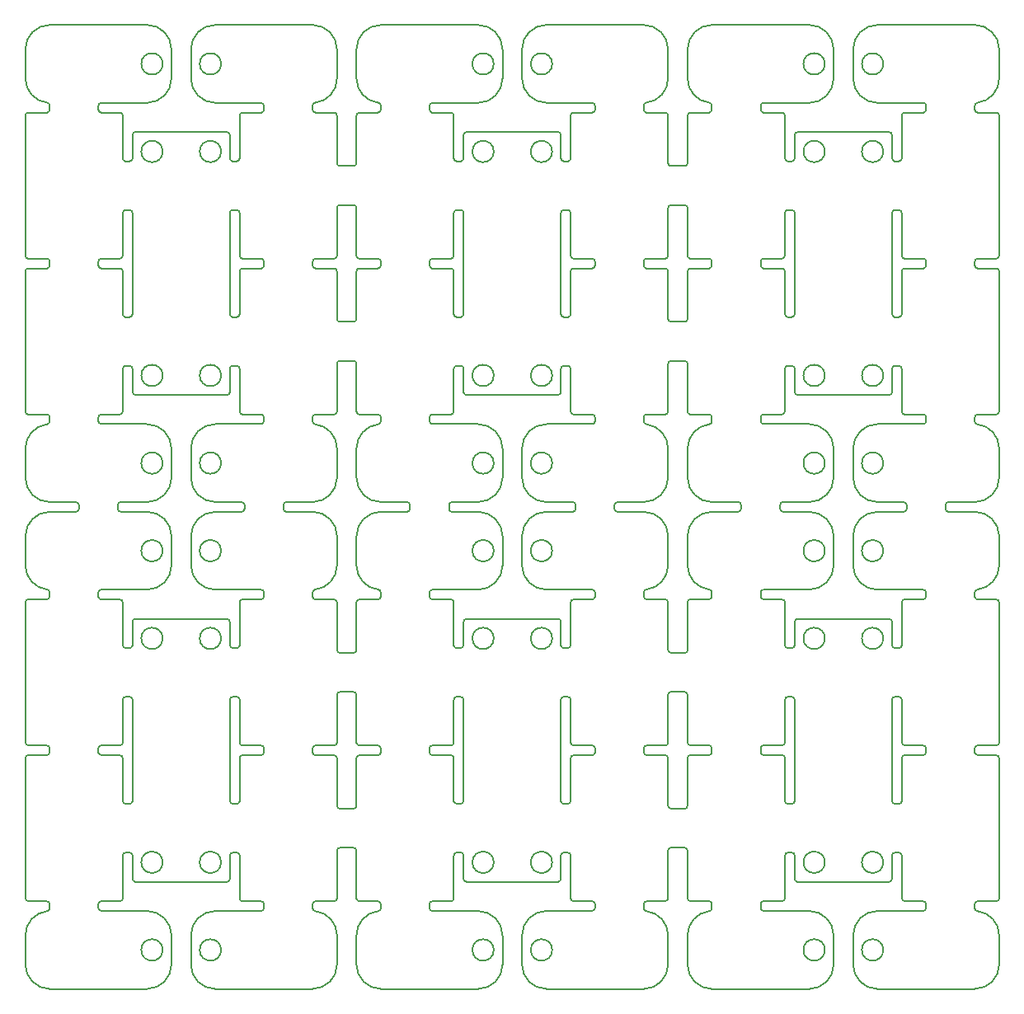
<source format=gm1>
%TF.GenerationSoftware,KiCad,Pcbnew,(5.1.8)-1*%
%TF.CreationDate,2021-01-20T16:08:38+09:00*%
%TF.ProjectId,LineSensorVer2,4c696e65-5365-46e7-936f-72566572322e,rev?*%
%TF.SameCoordinates,Original*%
%TF.FileFunction,Profile,NP*%
%FSLAX46Y46*%
G04 Gerber Fmt 4.6, Leading zero omitted, Abs format (unit mm)*
G04 Created by KiCad (PCBNEW (5.1.8)-1) date 2021-01-20 16:08:38*
%MOMM*%
%LPD*%
G01*
G04 APERTURE LIST*
%TA.AperFunction,Profile*%
%ADD10C,0.200000*%
%TD*%
G04 APERTURE END LIST*
D10*
X65400000Y-51700000D02*
G75*
G03*
X65400000Y-51700000I-1100000J0D01*
G01*
X71400000Y-83700000D02*
G75*
G03*
X71400000Y-83700000I-1100000J0D01*
G01*
X65400000Y-83700000D02*
G75*
G03*
X65400000Y-83700000I-1100000J0D01*
G01*
X71400000Y-51700000D02*
G75*
G03*
X71400000Y-51700000I-1100000J0D01*
G01*
X71400000Y-60700000D02*
G75*
G03*
X71400000Y-60700000I-1100000J0D01*
G01*
X65400000Y-92700000D02*
G75*
G03*
X65400000Y-92700000I-1100000J0D01*
G01*
X71400000Y-92700000D02*
G75*
G03*
X71400000Y-92700000I-1100000J0D01*
G01*
X73000000Y-82700000D02*
X72600000Y-82700000D01*
X53500000Y-87700000D02*
G75*
G02*
X53800000Y-88000000I0J-300000D01*
G01*
X83300000Y-53199999D02*
G75*
G02*
X81067858Y-55685609I-2500000J-1D01*
G01*
X51300000Y-91200000D02*
G75*
G02*
X53532143Y-88714391I2500000J0D01*
G01*
X75500000Y-87700000D02*
G75*
G02*
X75800000Y-88000000I0J-300000D01*
G01*
X81067857Y-88714390D02*
G75*
G02*
X80800000Y-88416117I32143J298273D01*
G01*
X73300000Y-73000000D02*
G75*
G02*
X73600000Y-72700000I300000J0D01*
G01*
X61600000Y-77700000D02*
X62000000Y-77700000D01*
X61000000Y-72700000D02*
G75*
G02*
X61300000Y-73000000I0J-300000D01*
G01*
X75800000Y-72400000D02*
G75*
G02*
X75500000Y-72700000I-300000J0D01*
G01*
X51300000Y-73000000D02*
G75*
G02*
X51600000Y-72700000I300000J0D01*
G01*
X58800000Y-72000000D02*
X58800000Y-72400000D01*
X72600000Y-77700000D02*
X73000000Y-77700000D01*
X53800000Y-72400000D02*
X53800000Y-72000000D01*
X80800000Y-47700000D02*
G75*
G02*
X83300000Y-50200000I0J-2500000D01*
G01*
X51600000Y-87700000D02*
G75*
G02*
X51300000Y-87400000I0J300000D01*
G01*
X80800000Y-88000000D02*
G75*
G02*
X81100000Y-87700000I300000J0D01*
G01*
X59100000Y-88700000D02*
G75*
G02*
X58800000Y-88400000I0J300000D01*
G01*
X63800000Y-88700000D02*
G75*
G02*
X66300000Y-91200000I0J-2500000D01*
G01*
X80800000Y-55983882D02*
X80800000Y-56400000D01*
X70800000Y-96700000D02*
G75*
G02*
X68300000Y-94200000I0J2500000D01*
G01*
X83300000Y-87400000D02*
G75*
G02*
X83000000Y-87700000I-300000J0D01*
G01*
X53800000Y-96700000D02*
G75*
G02*
X51300000Y-94200000I0J2500000D01*
G01*
X75800000Y-72400000D02*
X75800000Y-72000000D01*
X58800000Y-88000000D02*
X58800000Y-88400000D01*
X62000000Y-82700000D02*
X61600000Y-82700000D01*
X73300000Y-77400000D02*
G75*
G02*
X73000000Y-77700000I-300000J0D01*
G01*
X73000000Y-82700000D02*
G75*
G02*
X73300000Y-83000000I0J-300000D01*
G01*
X80800000Y-88000000D02*
X80800000Y-88416117D01*
X53800000Y-72400000D02*
G75*
G02*
X53500000Y-72700000I-300000J0D01*
G01*
X75800000Y-56400000D02*
X75800000Y-56000000D01*
X81067857Y-88714391D02*
G75*
G02*
X83300000Y-91200000I-267857J-2485609D01*
G01*
X73000000Y-61700000D02*
X72600000Y-61700000D01*
X58800000Y-56000000D02*
X58800000Y-56400000D01*
X62300000Y-77400000D02*
G75*
G02*
X62000000Y-77700000I-300000J0D01*
G01*
X53800000Y-56400000D02*
X53800000Y-55983882D01*
X53800001Y-88416117D02*
G75*
G02*
X53532143Y-88714391I-300001J0D01*
G01*
X61300000Y-87400000D02*
G75*
G02*
X61000000Y-87700000I-300000J0D01*
G01*
X72300000Y-85400000D02*
G75*
G02*
X72000000Y-85700000I-300000J0D01*
G01*
X72300000Y-83000000D02*
G75*
G02*
X72600000Y-82700000I300000J0D01*
G01*
X68300000Y-50200000D02*
G75*
G02*
X70800000Y-47700000I2500000J0D01*
G01*
X66300000Y-94200000D02*
G75*
G02*
X63800000Y-96700000I-2500000J0D01*
G01*
X75800000Y-88400000D02*
G75*
G02*
X75500000Y-88700000I-300000J0D01*
G01*
X65400000Y-60700000D02*
G75*
G03*
X65400000Y-60700000I-1100000J0D01*
G01*
X70800000Y-55700000D02*
G75*
G02*
X68300000Y-53200000I0J2500000D01*
G01*
X80800000Y-72000000D02*
X80800000Y-72400000D01*
X66300000Y-53200000D02*
G75*
G02*
X63800000Y-55700000I-2500000J0D01*
G01*
X62000000Y-82700000D02*
G75*
G02*
X62300000Y-83000000I0J-300000D01*
G01*
X63800000Y-47700000D02*
G75*
G02*
X66300000Y-50200000I0J-2500000D01*
G01*
X51300000Y-50200000D02*
G75*
G02*
X53800000Y-47700000I2500000J0D01*
G01*
X62600000Y-85700000D02*
G75*
G02*
X62300000Y-85400000I0J300000D01*
G01*
X83300000Y-94200000D02*
G75*
G02*
X80800000Y-96700000I-2500000J0D01*
G01*
X75800000Y-88400000D02*
X75800000Y-88000000D01*
X61600000Y-66700000D02*
X62000000Y-66700000D01*
X58800000Y-88000000D02*
G75*
G02*
X59100000Y-87700000I300000J0D01*
G01*
X61300000Y-83000000D02*
G75*
G02*
X61600000Y-82700000I300000J0D01*
G01*
X62000000Y-61700000D02*
X61600000Y-61700000D01*
X73600000Y-87700000D02*
G75*
G02*
X73300000Y-87400000I0J300000D01*
G01*
X61600000Y-77700000D02*
G75*
G02*
X61300000Y-77400000I0J300000D01*
G01*
X72600000Y-77700000D02*
G75*
G02*
X72300000Y-77400000I0J300000D01*
G01*
X53800000Y-88416117D02*
X53800000Y-88000000D01*
X72600000Y-66700000D02*
X73000000Y-66700000D01*
X53532143Y-55685609D02*
G75*
G02*
X51300000Y-53200000I267857J2485609D01*
G01*
X68300000Y-91200000D02*
G75*
G02*
X70800000Y-88700000I2500000J0D01*
G01*
X66300000Y-103200000D02*
X66300000Y-100200000D01*
X63800000Y-97700000D02*
G75*
G02*
X66300000Y-100200000I0J-2500000D01*
G01*
X53800000Y-138416117D02*
X53800000Y-138000000D01*
X53532143Y-105685609D02*
G75*
G02*
X51300000Y-103200000I267857J2485609D01*
G01*
X68300000Y-141200000D02*
G75*
G02*
X70800000Y-138700000I2500000J0D01*
G01*
X53500000Y-137700000D02*
G75*
G02*
X53800000Y-138000000I0J-300000D01*
G01*
X62600000Y-135700000D02*
X72000000Y-135700000D01*
X62000000Y-132700000D02*
G75*
G02*
X62300000Y-133000000I0J-300000D01*
G01*
X63800000Y-138700000D02*
G75*
G02*
X66300000Y-141200000I0J-2500000D01*
G01*
X70800000Y-146700000D02*
G75*
G02*
X68300000Y-144200000I0J2500000D01*
G01*
X62600000Y-135700000D02*
G75*
G02*
X62300000Y-135400000I0J300000D01*
G01*
X51300000Y-141200000D02*
G75*
G02*
X53532143Y-138714391I2500000J0D01*
G01*
X75500000Y-137700000D02*
G75*
G02*
X75800000Y-138000000I0J-300000D01*
G01*
X53800001Y-138416117D02*
G75*
G02*
X53532143Y-138714391I-300001J0D01*
G01*
X72300000Y-135400000D02*
G75*
G02*
X72000000Y-135700000I-300000J0D01*
G01*
X73000000Y-132700000D02*
G75*
G02*
X73300000Y-133000000I0J-300000D01*
G01*
X51300000Y-141200000D02*
X51300000Y-144200000D01*
X70800000Y-146700000D02*
X80800000Y-146700000D01*
X53800000Y-146700000D02*
G75*
G02*
X51300000Y-144200000I0J2500000D01*
G01*
X81067857Y-138714391D02*
G75*
G02*
X83300000Y-141200000I-267857J-2485609D01*
G01*
X83300000Y-144200000D02*
G75*
G02*
X80800000Y-146700000I-2500000J0D01*
G01*
X51600000Y-137700000D02*
G75*
G02*
X51300000Y-137400000I0J300000D01*
G01*
X72300000Y-133000000D02*
G75*
G02*
X72600000Y-132700000I300000J0D01*
G01*
X51600000Y-137700000D02*
X53500000Y-137700000D01*
X59100000Y-138700000D02*
G75*
G02*
X58800000Y-138400000I0J300000D01*
G01*
X68300000Y-100200000D02*
G75*
G02*
X70800000Y-97700000I2500000J0D01*
G01*
X51300000Y-100200000D02*
X51300000Y-103200000D01*
X51300000Y-100200000D02*
G75*
G02*
X53800000Y-97700000I2500000J0D01*
G01*
X63800000Y-138700000D02*
X59100000Y-138700000D01*
X83300000Y-103200000D02*
X83300000Y-100200000D01*
X58800000Y-138000000D02*
G75*
G02*
X59100000Y-137700000I300000J0D01*
G01*
X83300000Y-103199999D02*
G75*
G02*
X81067858Y-105685609I-2500000J-1D01*
G01*
X68300000Y-141200000D02*
X68300000Y-144200000D01*
X66300000Y-144200000D02*
G75*
G02*
X63800000Y-146700000I-2500000J0D01*
G01*
X61300000Y-137400000D02*
G75*
G02*
X61000000Y-137700000I-300000J0D01*
G01*
X73600000Y-137700000D02*
X75500000Y-137700000D01*
X73600000Y-137700000D02*
G75*
G02*
X73300000Y-137400000I0J300000D01*
G01*
X66300000Y-144200000D02*
X66300000Y-141200000D01*
X73000000Y-132700000D02*
X72600000Y-132700000D01*
X68300000Y-100200000D02*
X68300000Y-103200000D01*
X53800000Y-146700000D02*
X63800000Y-146700000D01*
X62000000Y-132700000D02*
X61600000Y-132700000D01*
X65400000Y-142700000D02*
G75*
G03*
X65400000Y-142700000I-1100000J0D01*
G01*
X58800000Y-138000000D02*
X58800000Y-138400000D01*
X65400000Y-133700000D02*
G75*
G03*
X65400000Y-133700000I-1100000J0D01*
G01*
X65400000Y-110700000D02*
G75*
G03*
X65400000Y-110700000I-1100000J0D01*
G01*
X70800000Y-105700000D02*
G75*
G02*
X68300000Y-103200000I0J2500000D01*
G01*
X61300000Y-137400000D02*
X61300000Y-133000000D01*
X66300000Y-103200000D02*
G75*
G02*
X63800000Y-105700000I-2500000J0D01*
G01*
X80800000Y-97700000D02*
G75*
G02*
X83300000Y-100200000I0J-2500000D01*
G01*
X61300000Y-133000000D02*
G75*
G02*
X61600000Y-132700000I300000J0D01*
G01*
X83300000Y-144200000D02*
X83300000Y-141200000D01*
X61000000Y-122700000D02*
X59100000Y-122700000D01*
X81100000Y-122700000D02*
G75*
G02*
X80800000Y-122400000I0J300000D01*
G01*
X73600000Y-121700000D02*
G75*
G02*
X73300000Y-121400000I0J300000D01*
G01*
X59100000Y-106700000D02*
G75*
G02*
X58800000Y-106400000I0J300000D01*
G01*
X80800000Y-138000000D02*
X80800000Y-138416117D01*
X61000000Y-122700000D02*
G75*
G02*
X61300000Y-123000000I0J-300000D01*
G01*
X61600000Y-127700000D02*
G75*
G02*
X61300000Y-127400000I0J300000D01*
G01*
X72600000Y-127700000D02*
X73000000Y-127700000D01*
X53500000Y-121700000D02*
G75*
G02*
X53800000Y-122000000I0J-300000D01*
G01*
X61300000Y-117000000D02*
G75*
G02*
X61600000Y-116700000I300000J0D01*
G01*
X53800000Y-122400000D02*
X53800000Y-122000000D01*
X73300000Y-107000000D02*
X73300000Y-111400000D01*
X73300000Y-127400000D02*
G75*
G02*
X73000000Y-127700000I-300000J0D01*
G01*
X61600000Y-127700000D02*
X62000000Y-127700000D01*
X72600000Y-116700000D02*
X73000000Y-116700000D01*
X62300000Y-127400000D02*
G75*
G02*
X62000000Y-127700000I-300000J0D01*
G01*
X51300000Y-123000000D02*
X51300000Y-137400000D01*
X72300000Y-117000000D02*
G75*
G02*
X72600000Y-116700000I300000J0D01*
G01*
X73300000Y-123000000D02*
X73300000Y-127400000D01*
X75800000Y-122400000D02*
G75*
G02*
X75500000Y-122700000I-300000J0D01*
G01*
X51600000Y-121700000D02*
X53500000Y-121700000D01*
X62000000Y-111700000D02*
X61600000Y-111700000D01*
X51600000Y-121700000D02*
G75*
G02*
X51300000Y-121400000I0J300000D01*
G01*
X61600000Y-116700000D02*
X62000000Y-116700000D01*
X62300000Y-111400000D02*
G75*
G02*
X62000000Y-111700000I-300000J0D01*
G01*
X73300000Y-111400000D02*
G75*
G02*
X73000000Y-111700000I-300000J0D01*
G01*
X73000000Y-111700000D02*
X72600000Y-111700000D01*
X61000000Y-106700000D02*
G75*
G02*
X61300000Y-107000000I0J-300000D01*
G01*
X75500000Y-105700000D02*
G75*
G02*
X75800000Y-106000000I0J-300000D01*
G01*
X73000000Y-116700000D02*
G75*
G02*
X73300000Y-117000000I0J-300000D01*
G01*
X62000000Y-116700000D02*
G75*
G02*
X62300000Y-117000000I0J-300000D01*
G01*
X73600000Y-121700000D02*
X75500000Y-121700000D01*
X62300000Y-109000000D02*
G75*
G02*
X62600000Y-108700000I300000J0D01*
G01*
X59100000Y-122700000D02*
G75*
G02*
X58800000Y-122400000I0J300000D01*
G01*
X61300000Y-121400000D02*
G75*
G02*
X61000000Y-121700000I-300000J0D01*
G01*
X72600000Y-111700000D02*
G75*
G02*
X72300000Y-111400000I0J300000D01*
G01*
X73300000Y-107000000D02*
G75*
G02*
X73600000Y-106700000I300000J0D01*
G01*
X83000000Y-122700000D02*
G75*
G02*
X83300000Y-123000000I0J-300000D01*
G01*
X83000000Y-122700000D02*
X81100000Y-122700000D01*
X61300000Y-121400000D02*
X61300000Y-117000000D01*
X75500000Y-121700000D02*
G75*
G02*
X75800000Y-122000000I0J-300000D01*
G01*
X58800000Y-106000000D02*
X58800000Y-106400000D01*
X75800000Y-106400000D02*
X75800000Y-106000000D01*
X51300000Y-123000000D02*
G75*
G02*
X51600000Y-122700000I300000J0D01*
G01*
X80800000Y-122000000D02*
X80800000Y-122400000D01*
X80800000Y-122000000D02*
G75*
G02*
X81100000Y-121700000I300000J0D01*
G01*
X81067857Y-138714390D02*
G75*
G02*
X80800000Y-138416117I32143J298273D01*
G01*
X75800000Y-138400000D02*
X75800000Y-138000000D01*
X75800000Y-138400000D02*
G75*
G02*
X75500000Y-138700000I-300000J0D01*
G01*
X83300000Y-137400000D02*
G75*
G02*
X83000000Y-137700000I-300000J0D01*
G01*
X80800000Y-138000000D02*
G75*
G02*
X81100000Y-137700000I300000J0D01*
G01*
X72600000Y-127700000D02*
G75*
G02*
X72300000Y-127400000I0J300000D01*
G01*
X83300000Y-121400000D02*
G75*
G02*
X83000000Y-121700000I-300000J0D01*
G01*
X75800000Y-122400000D02*
X75800000Y-122000000D01*
X58800000Y-106000000D02*
G75*
G02*
X59100000Y-105700000I300000J0D01*
G01*
X53800000Y-122400000D02*
G75*
G02*
X53500000Y-122700000I-300000J0D01*
G01*
X73300000Y-123000000D02*
G75*
G02*
X73600000Y-122700000I300000J0D01*
G01*
X72000000Y-108700000D02*
G75*
G02*
X72300000Y-109000000I0J-300000D01*
G01*
X61600000Y-111700000D02*
G75*
G02*
X61300000Y-111400000I0J300000D01*
G01*
X58800000Y-122000000D02*
G75*
G02*
X59100000Y-121700000I300000J0D01*
G01*
X62300000Y-109000000D02*
X62300000Y-111400000D01*
X61000000Y-106700000D02*
X59100000Y-106700000D01*
X72000000Y-108700000D02*
X62600000Y-108700000D01*
X58800000Y-122000000D02*
X58800000Y-122400000D01*
X115100000Y-121700000D02*
X117000000Y-121700000D01*
X53800000Y-106400000D02*
G75*
G02*
X53500000Y-106700000I-300000J0D01*
G01*
X99400000Y-101700000D02*
G75*
G03*
X99400000Y-101700000I-1100000J0D01*
G01*
X53800000Y-106400000D02*
X53800000Y-105983882D01*
X83300000Y-111900000D02*
X83300000Y-107000000D01*
X63800000Y-97700000D02*
X61100000Y-97700000D01*
X105400000Y-101700000D02*
G75*
G03*
X105400000Y-101700000I-1100000J0D01*
G01*
X85300000Y-100200000D02*
G75*
G02*
X87800000Y-97700000I2500000J0D01*
G01*
X85300000Y-100200000D02*
X85300000Y-103200000D01*
X56500000Y-97700000D02*
X53800000Y-97700000D01*
X80800000Y-97700000D02*
X78100000Y-97700000D01*
X73500000Y-97700000D02*
X70800000Y-97700000D01*
X97800000Y-97700000D02*
G75*
G02*
X100300000Y-100200000I0J-2500000D01*
G01*
X87500000Y-122700000D02*
X85600000Y-122700000D01*
X107300000Y-133000000D02*
X107300000Y-137400000D01*
X97800000Y-138700000D02*
X93100000Y-138700000D01*
X96300000Y-133000000D02*
X96300000Y-135400000D01*
X99400000Y-142700000D02*
G75*
G03*
X99400000Y-142700000I-1100000J0D01*
G01*
X117300000Y-103199999D02*
G75*
G02*
X115067858Y-105685609I-2500000J-1D01*
G01*
X87532143Y-105685609D02*
G75*
G02*
X85300000Y-103200000I267857J2485609D01*
G01*
X109500000Y-138700000D02*
X104800000Y-138700000D01*
X93100000Y-121700000D02*
X95000000Y-121700000D01*
X96300000Y-117000000D02*
X96300000Y-127400000D01*
X109500000Y-122700000D02*
X107600000Y-122700000D01*
X106300000Y-111400000D02*
X106300000Y-109000000D01*
X106300000Y-127400000D02*
X106300000Y-117000000D01*
X105400000Y-142700000D02*
G75*
G03*
X105400000Y-142700000I-1100000J0D01*
G01*
X114800000Y-97700000D02*
G75*
G02*
X117300000Y-100200000I0J-2500000D01*
G01*
X105400000Y-110700000D02*
G75*
G03*
X105400000Y-110700000I-1100000J0D01*
G01*
X105400000Y-133700000D02*
G75*
G03*
X105400000Y-133700000I-1100000J0D01*
G01*
X99400000Y-133700000D02*
G75*
G03*
X99400000Y-133700000I-1100000J0D01*
G01*
X75800000Y-106400000D02*
G75*
G02*
X75500000Y-106700000I-300000J0D01*
G01*
X81100000Y-106700000D02*
G75*
G02*
X80800000Y-106400000I0J300000D01*
G01*
X80800000Y-105983882D02*
X80800000Y-106400000D01*
X83300000Y-127900000D02*
X83300000Y-123000000D01*
X95300000Y-127400000D02*
X95300000Y-123000000D01*
X93100000Y-105700000D02*
X97800000Y-105700000D01*
X104800000Y-105700000D02*
G75*
G02*
X102300000Y-103200000I0J2500000D01*
G01*
X93100000Y-137700000D02*
X95000000Y-137700000D01*
X107300000Y-117000000D02*
X107300000Y-121400000D01*
X109500000Y-106700000D02*
X107600000Y-106700000D01*
X100300000Y-103200000D02*
X100300000Y-100200000D01*
X97800000Y-138700000D02*
G75*
G02*
X100300000Y-141200000I0J-2500000D01*
G01*
X102300000Y-141200000D02*
X102300000Y-144200000D01*
X104800000Y-105700000D02*
X109500000Y-105700000D01*
X102300000Y-141200000D02*
G75*
G02*
X104800000Y-138700000I2500000J0D01*
G01*
X95300000Y-111400000D02*
X95300000Y-107000000D01*
X117300000Y-103200000D02*
X117300000Y-100200000D01*
X87500000Y-106700000D02*
X85600000Y-106700000D01*
X83300000Y-121400000D02*
X83300000Y-116500000D01*
X115100000Y-137700000D02*
X117000000Y-137700000D01*
X102300000Y-100200000D02*
G75*
G02*
X104800000Y-97700000I2500000J0D01*
G01*
X53532143Y-105685609D02*
G75*
G02*
X53800000Y-105983882I-32143J-298273D01*
G01*
X99400000Y-110700000D02*
G75*
G03*
X99400000Y-110700000I-1100000J0D01*
G01*
X83300000Y-137400000D02*
X83300000Y-132500000D01*
X51300000Y-107000000D02*
X51300000Y-121400000D01*
X100300000Y-144200000D02*
X100300000Y-141200000D01*
X83000000Y-106700000D02*
G75*
G02*
X83300000Y-107000000I0J-300000D01*
G01*
X100300000Y-103200000D02*
G75*
G02*
X97800000Y-105700000I-2500000J0D01*
G01*
X51300000Y-107000000D02*
G75*
G02*
X51600000Y-106700000I300000J0D01*
G01*
X83000000Y-106700000D02*
X81100000Y-106700000D01*
X102300000Y-100200000D02*
X102300000Y-103200000D01*
X80800000Y-105983881D02*
G75*
G02*
X81067858Y-105685609I300000J-1D01*
G01*
X106300000Y-135400000D02*
X106300000Y-133000000D01*
X85600000Y-137700000D02*
G75*
G02*
X85300000Y-137400000I0J300000D01*
G01*
X96600000Y-135700000D02*
G75*
G02*
X96300000Y-135400000I0J300000D01*
G01*
X109800000Y-138400000D02*
X109800000Y-138000000D01*
X87800000Y-122400000D02*
G75*
G02*
X87500000Y-122700000I-300000J0D01*
G01*
X117000000Y-122700000D02*
G75*
G02*
X117300000Y-123000000I0J-300000D01*
G01*
X117300000Y-121400000D02*
G75*
G02*
X117000000Y-121700000I-300000J0D01*
G01*
X104800000Y-146700000D02*
X114800000Y-146700000D01*
X87800000Y-146700000D02*
G75*
G02*
X85300000Y-144200000I0J2500000D01*
G01*
X106300000Y-133000000D02*
G75*
G02*
X106600000Y-132700000I300000J0D01*
G01*
X114800000Y-138000000D02*
G75*
G02*
X115100000Y-137700000I300000J0D01*
G01*
X107000000Y-132700000D02*
X106600000Y-132700000D01*
X115067857Y-138714391D02*
G75*
G02*
X117300000Y-141200000I-267857J-2485609D01*
G01*
X117300000Y-144200000D02*
X117300000Y-141200000D01*
X117300000Y-144200000D02*
G75*
G02*
X114800000Y-146700000I-2500000J0D01*
G01*
X107300000Y-127400000D02*
G75*
G02*
X107000000Y-127700000I-300000J0D01*
G01*
X107300000Y-123000000D02*
G75*
G02*
X107600000Y-122700000I300000J0D01*
G01*
X115100000Y-122700000D02*
G75*
G02*
X114800000Y-122400000I0J300000D01*
G01*
X95600000Y-127700000D02*
G75*
G02*
X95300000Y-127400000I0J300000D01*
G01*
X87500000Y-121700000D02*
G75*
G02*
X87800000Y-122000000I0J-300000D01*
G01*
X85300000Y-141200000D02*
G75*
G02*
X87532143Y-138714391I2500000J0D01*
G01*
X93100000Y-122700000D02*
G75*
G02*
X92800000Y-122400000I0J300000D01*
G01*
X87500000Y-137700000D02*
G75*
G02*
X87800000Y-138000000I0J-300000D01*
G01*
X87800000Y-138416117D02*
X87800000Y-138000000D01*
X106300000Y-135400000D02*
G75*
G02*
X106000000Y-135700000I-300000J0D01*
G01*
X95000000Y-122700000D02*
X93100000Y-122700000D01*
X96300000Y-127400000D02*
G75*
G02*
X96000000Y-127700000I-300000J0D01*
G01*
X92800000Y-138000000D02*
G75*
G02*
X93100000Y-137700000I300000J0D01*
G01*
X106600000Y-127700000D02*
G75*
G02*
X106300000Y-127400000I0J300000D01*
G01*
X95300000Y-137400000D02*
G75*
G02*
X95000000Y-137700000I-300000J0D01*
G01*
X95600000Y-127700000D02*
X96000000Y-127700000D01*
X106600000Y-127700000D02*
X107000000Y-127700000D01*
X107000000Y-132700000D02*
G75*
G02*
X107300000Y-133000000I0J-300000D01*
G01*
X109500000Y-137700000D02*
G75*
G02*
X109800000Y-138000000I0J-300000D01*
G01*
X96000000Y-132700000D02*
X95600000Y-132700000D01*
X109500000Y-121700000D02*
G75*
G02*
X109800000Y-122000000I0J-300000D01*
G01*
X96600000Y-135700000D02*
X106000000Y-135700000D01*
X85600000Y-121700000D02*
X87500000Y-121700000D01*
X95000000Y-122700000D02*
G75*
G02*
X95300000Y-123000000I0J-300000D01*
G01*
X109800000Y-122400000D02*
G75*
G02*
X109500000Y-122700000I-300000J0D01*
G01*
X96000000Y-132700000D02*
G75*
G02*
X96300000Y-133000000I0J-300000D01*
G01*
X107600000Y-137700000D02*
G75*
G02*
X107300000Y-137400000I0J300000D01*
G01*
X93100000Y-138700000D02*
G75*
G02*
X92800000Y-138400000I0J300000D01*
G01*
X95300000Y-137400000D02*
X95300000Y-133000000D01*
X117300000Y-137400000D02*
G75*
G02*
X117000000Y-137700000I-300000J0D01*
G01*
X114800000Y-138000000D02*
X114800000Y-138416117D01*
X85600000Y-121700000D02*
G75*
G02*
X85300000Y-121400000I0J300000D01*
G01*
X100300000Y-144200000D02*
G75*
G02*
X97800000Y-146700000I-2500000J0D01*
G01*
X87800000Y-122400000D02*
X87800000Y-122000000D01*
X104800000Y-146700000D02*
G75*
G02*
X102300000Y-144200000I0J2500000D01*
G01*
X87800000Y-146700000D02*
X97800000Y-146700000D01*
X95300000Y-133000000D02*
G75*
G02*
X95600000Y-132700000I300000J0D01*
G01*
X85300000Y-123000000D02*
G75*
G02*
X85600000Y-122700000I300000J0D01*
G01*
X107300000Y-123000000D02*
X107300000Y-127400000D01*
X95300000Y-121400000D02*
G75*
G02*
X95000000Y-121700000I-300000J0D01*
G01*
X107600000Y-137700000D02*
X109500000Y-137700000D01*
X85300000Y-141200000D02*
X85300000Y-144200000D01*
X85600000Y-137700000D02*
X87500000Y-137700000D01*
X87800001Y-138416117D02*
G75*
G02*
X87532143Y-138714391I-300001J0D01*
G01*
X117000000Y-122700000D02*
X115100000Y-122700000D01*
X95300000Y-121400000D02*
X95300000Y-117000000D01*
X109800000Y-122400000D02*
X109800000Y-122000000D01*
X92800000Y-138000000D02*
X92800000Y-138400000D01*
X115067857Y-138714390D02*
G75*
G02*
X114800000Y-138416117I32143J298273D01*
G01*
X109800000Y-138400000D02*
G75*
G02*
X109500000Y-138700000I-300000J0D01*
G01*
X96300000Y-109000000D02*
G75*
G02*
X96600000Y-108700000I300000J0D01*
G01*
X85300000Y-107000000D02*
X85300000Y-111900000D01*
X95300000Y-117000000D02*
G75*
G02*
X95600000Y-116700000I300000J0D01*
G01*
X127100000Y-137700000D02*
X129000000Y-137700000D01*
X121500000Y-122700000D02*
X119600000Y-122700000D01*
X121500000Y-106700000D02*
X119600000Y-106700000D01*
X106600000Y-111700000D02*
G75*
G02*
X106300000Y-111400000I0J300000D01*
G01*
X92800000Y-106000000D02*
X92800000Y-106400000D01*
X114800000Y-122000000D02*
X114800000Y-122400000D01*
X114800000Y-122000000D02*
G75*
G02*
X115100000Y-121700000I300000J0D01*
G01*
X95600000Y-116700000D02*
X96000000Y-116700000D01*
X109800000Y-106400000D02*
X109800000Y-106000000D01*
X93100000Y-106700000D02*
G75*
G02*
X92800000Y-106400000I0J300000D01*
G01*
X92800000Y-106000000D02*
G75*
G02*
X93100000Y-105700000I300000J0D01*
G01*
X96000000Y-116700000D02*
G75*
G02*
X96300000Y-117000000I0J-300000D01*
G01*
X117000000Y-106700000D02*
G75*
G02*
X117300000Y-107000000I0J-300000D01*
G01*
X141300000Y-117000000D02*
X141300000Y-121400000D01*
X97800000Y-97700000D02*
X95100000Y-97700000D01*
X106600000Y-116700000D02*
X107000000Y-116700000D01*
X85300000Y-107000000D02*
G75*
G02*
X85600000Y-106700000I300000J0D01*
G01*
X96300000Y-111400000D02*
G75*
G02*
X96000000Y-111700000I-300000J0D01*
G01*
X143500000Y-106700000D02*
X141600000Y-106700000D01*
X107000000Y-111700000D02*
X106600000Y-111700000D01*
X109500000Y-105700000D02*
G75*
G02*
X109800000Y-106000000I0J-300000D01*
G01*
X107300000Y-107000000D02*
G75*
G02*
X107600000Y-106700000I300000J0D01*
G01*
X96300000Y-109000000D02*
X96300000Y-111400000D01*
X143500000Y-138700000D02*
X138800000Y-138700000D01*
X117300000Y-111900000D02*
X117300000Y-107000000D01*
X107000000Y-116700000D02*
G75*
G02*
X107300000Y-117000000I0J-300000D01*
G01*
X95000000Y-106700000D02*
G75*
G02*
X95300000Y-107000000I0J-300000D01*
G01*
X87800000Y-106400000D02*
G75*
G02*
X87500000Y-106700000I-300000J0D01*
G01*
X95600000Y-111700000D02*
G75*
G02*
X95300000Y-111400000I0J300000D01*
G01*
X106000000Y-108700000D02*
X96600000Y-108700000D01*
X87532143Y-105685609D02*
G75*
G02*
X87800000Y-105983882I-32143J-298273D01*
G01*
X87800000Y-106400000D02*
X87800000Y-105983882D01*
X117000000Y-106700000D02*
X115100000Y-106700000D01*
X85300000Y-116500000D02*
X85300000Y-121400000D01*
X114800000Y-97700000D02*
X112100000Y-97700000D01*
X117300000Y-121400000D02*
X117300000Y-116500000D01*
X117300000Y-137400000D02*
X117300000Y-132500000D01*
X106300000Y-117000000D02*
G75*
G02*
X106600000Y-116700000I300000J0D01*
G01*
X96000000Y-111700000D02*
X95600000Y-111700000D01*
X129300000Y-127400000D02*
X129300000Y-123000000D01*
X107600000Y-121700000D02*
X109500000Y-121700000D01*
X107600000Y-121700000D02*
G75*
G02*
X107300000Y-121400000I0J300000D01*
G01*
X109800000Y-106400000D02*
G75*
G02*
X109500000Y-106700000I-300000J0D01*
G01*
X92800000Y-122000000D02*
X92800000Y-122400000D01*
X85300000Y-132500000D02*
X85300000Y-137400000D01*
X92800000Y-122000000D02*
G75*
G02*
X93100000Y-121700000I300000J0D01*
G01*
X106000000Y-108700000D02*
G75*
G02*
X106300000Y-109000000I0J-300000D01*
G01*
X107500000Y-97700000D02*
X104800000Y-97700000D01*
X95000000Y-106700000D02*
X93100000Y-106700000D01*
X115100000Y-106700000D02*
G75*
G02*
X114800000Y-106400000I0J300000D01*
G01*
X114800000Y-105983881D02*
G75*
G02*
X115067858Y-105685609I300000J-1D01*
G01*
X90500000Y-97700000D02*
X87800000Y-97700000D01*
X85300000Y-123000000D02*
X85300000Y-127900000D01*
X127100000Y-121700000D02*
X129000000Y-121700000D01*
X117300000Y-127900000D02*
X117300000Y-123000000D01*
X149100000Y-121700000D02*
X151000000Y-121700000D01*
X138800000Y-105700000D02*
X143500000Y-105700000D01*
X107300000Y-107000000D02*
X107300000Y-111400000D01*
X114800000Y-105983882D02*
X114800000Y-106400000D01*
X127100000Y-105700000D02*
X131800000Y-105700000D01*
X107300000Y-111400000D02*
G75*
G02*
X107000000Y-111700000I-300000J0D01*
G01*
X129000000Y-56700000D02*
X127100000Y-56700000D01*
X148800000Y-55983881D02*
G75*
G02*
X149067858Y-55685609I300000J-1D01*
G01*
X71400000Y-133700000D02*
G75*
G03*
X71400000Y-133700000I-1100000J0D01*
G01*
X53500000Y-106700000D02*
X51600000Y-106700000D01*
X72300000Y-111400000D02*
X72300000Y-109000000D01*
X141000000Y-66700000D02*
G75*
G02*
X141300000Y-67000000I0J-300000D01*
G01*
X141300000Y-61400000D02*
G75*
G02*
X141000000Y-61700000I-300000J0D01*
G01*
X130300000Y-61400000D02*
G75*
G02*
X130000000Y-61700000I-300000J0D01*
G01*
X130000000Y-61700000D02*
X129600000Y-61700000D01*
X129600000Y-61700000D02*
G75*
G02*
X129300000Y-61400000I0J300000D01*
G01*
X141000000Y-61700000D02*
X140600000Y-61700000D01*
X73300000Y-117000000D02*
X73300000Y-121400000D01*
X130300000Y-59000000D02*
G75*
G02*
X130600000Y-58700000I300000J0D01*
G01*
X140000000Y-58700000D02*
X130600000Y-58700000D01*
X126800000Y-56000000D02*
G75*
G02*
X127100000Y-55700000I300000J0D01*
G01*
X140600000Y-61700000D02*
G75*
G02*
X140300000Y-61400000I0J300000D01*
G01*
X141300000Y-57000000D02*
X141300000Y-61400000D01*
X151000000Y-56700000D02*
X149100000Y-56700000D01*
X72300000Y-127400000D02*
X72300000Y-117000000D01*
X141300000Y-57000000D02*
G75*
G02*
X141600000Y-56700000I300000J0D01*
G01*
X121800000Y-56400000D02*
G75*
G02*
X121500000Y-56700000I-300000J0D01*
G01*
X119300000Y-73000000D02*
X119300000Y-77900000D01*
X129000000Y-56700000D02*
G75*
G02*
X129300000Y-57000000I0J-300000D01*
G01*
X143500000Y-55700000D02*
G75*
G02*
X143800000Y-56000000I0J-300000D01*
G01*
X143800000Y-56400000D02*
X143800000Y-56000000D01*
X138800000Y-96700000D02*
X141500000Y-96700000D01*
X59100000Y-137700000D02*
X61000000Y-137700000D01*
X59100000Y-121700000D02*
X61000000Y-121700000D01*
X73300000Y-133000000D02*
X73300000Y-137400000D01*
X151000000Y-56700000D02*
G75*
G02*
X151300000Y-57000000I0J-300000D01*
G01*
X71400000Y-110700000D02*
G75*
G03*
X71400000Y-110700000I-1100000J0D01*
G01*
X75500000Y-138700000D02*
X70800000Y-138700000D01*
X62300000Y-117000000D02*
X62300000Y-127400000D01*
X143800000Y-56400000D02*
G75*
G02*
X143500000Y-56700000I-300000J0D01*
G01*
X121800000Y-56400000D02*
X121800000Y-55983882D01*
X61300000Y-127400000D02*
X61300000Y-123000000D01*
X81100000Y-121700000D02*
X83000000Y-121700000D01*
X119300000Y-57000000D02*
X119300000Y-61900000D01*
X140000000Y-58700000D02*
G75*
G02*
X140300000Y-59000000I0J-300000D01*
G01*
X130300000Y-59000000D02*
X130300000Y-61400000D01*
X127100000Y-56700000D02*
G75*
G02*
X126800000Y-56400000I0J300000D01*
G01*
X61300000Y-111400000D02*
X61300000Y-107000000D01*
X81100000Y-137700000D02*
X83000000Y-137700000D01*
X126800000Y-56000000D02*
X126800000Y-56400000D01*
X129100000Y-96700000D02*
X131800000Y-96700000D01*
X149100000Y-56700000D02*
G75*
G02*
X148800000Y-56400000I0J300000D01*
G01*
X148800000Y-55983882D02*
X148800000Y-56400000D01*
X121532143Y-55685609D02*
G75*
G02*
X121800000Y-55983882I-32143J-298273D01*
G01*
X119300000Y-57000000D02*
G75*
G02*
X119600000Y-56700000I300000J0D01*
G01*
X121800000Y-96700000D02*
X124500000Y-96700000D01*
X146100000Y-96700000D02*
X148800000Y-96700000D01*
X119300000Y-66500000D02*
X119300000Y-71400000D01*
X72300000Y-135400000D02*
X72300000Y-133000000D01*
X119300000Y-82500000D02*
X119300000Y-87400000D01*
X75500000Y-122700000D02*
X73600000Y-122700000D01*
X53500000Y-122700000D02*
X51600000Y-122700000D01*
X75500000Y-106700000D02*
X73600000Y-106700000D01*
X71400000Y-142700000D02*
G75*
G03*
X71400000Y-142700000I-1100000J0D01*
G01*
X70800000Y-105700000D02*
X75500000Y-105700000D01*
X59100000Y-105700000D02*
X63800000Y-105700000D01*
X71400000Y-101700000D02*
G75*
G03*
X71400000Y-101700000I-1100000J0D01*
G01*
X65400000Y-101700000D02*
G75*
G03*
X65400000Y-101700000I-1100000J0D01*
G01*
X62300000Y-133000000D02*
X62300000Y-135400000D01*
X140600000Y-66700000D02*
X141000000Y-66700000D01*
X121800000Y-146700000D02*
X131800000Y-146700000D01*
X140300000Y-127400000D02*
X140300000Y-117000000D01*
X140300000Y-135400000D02*
X140300000Y-133000000D01*
X130600000Y-135700000D02*
G75*
G02*
X130300000Y-135400000I0J300000D01*
G01*
X139400000Y-110700000D02*
G75*
G03*
X139400000Y-110700000I-1100000J0D01*
G01*
X138800000Y-146700000D02*
G75*
G02*
X136300000Y-144200000I0J2500000D01*
G01*
X133400000Y-133700000D02*
G75*
G03*
X133400000Y-133700000I-1100000J0D01*
G01*
X151300000Y-103199999D02*
G75*
G02*
X149067858Y-105685609I-2500000J-1D01*
G01*
X119600000Y-137700000D02*
X121500000Y-137700000D01*
X140300000Y-133000000D02*
G75*
G02*
X140600000Y-132700000I300000J0D01*
G01*
X141000000Y-132700000D02*
X140600000Y-132700000D01*
X139400000Y-133700000D02*
G75*
G03*
X139400000Y-133700000I-1100000J0D01*
G01*
X139400000Y-101700000D02*
G75*
G03*
X139400000Y-101700000I-1100000J0D01*
G01*
X133400000Y-101700000D02*
G75*
G03*
X133400000Y-101700000I-1100000J0D01*
G01*
X136300000Y-141200000D02*
G75*
G02*
X138800000Y-138700000I2500000J0D01*
G01*
X131800000Y-97700000D02*
G75*
G02*
X134300000Y-100200000I0J-2500000D01*
G01*
X121800000Y-146700000D02*
G75*
G02*
X119300000Y-144200000I0J2500000D01*
G01*
X133400000Y-142700000D02*
G75*
G03*
X133400000Y-142700000I-1100000J0D01*
G01*
X136300000Y-141200000D02*
X136300000Y-144200000D01*
X133400000Y-110700000D02*
G75*
G03*
X133400000Y-110700000I-1100000J0D01*
G01*
X121532143Y-105685609D02*
G75*
G02*
X119300000Y-103200000I267857J2485609D01*
G01*
X148800000Y-97700000D02*
G75*
G02*
X151300000Y-100200000I0J-2500000D01*
G01*
X131800000Y-138700000D02*
X127100000Y-138700000D01*
X140300000Y-135400000D02*
G75*
G02*
X140000000Y-135700000I-300000J0D01*
G01*
X136300000Y-100200000D02*
G75*
G02*
X138800000Y-97700000I2500000J0D01*
G01*
X138800000Y-146700000D02*
X148800000Y-146700000D01*
X134300000Y-144200000D02*
X134300000Y-141200000D01*
X134300000Y-144200000D02*
G75*
G02*
X131800000Y-146700000I-2500000J0D01*
G01*
X119300000Y-141200000D02*
X119300000Y-144200000D01*
X138800000Y-105700000D02*
G75*
G02*
X136300000Y-103200000I0J2500000D01*
G01*
X136300000Y-100200000D02*
X136300000Y-103200000D01*
X141000000Y-132700000D02*
G75*
G02*
X141300000Y-133000000I0J-300000D01*
G01*
X119300000Y-100200000D02*
G75*
G02*
X121800000Y-97700000I2500000J0D01*
G01*
X149067857Y-138714391D02*
G75*
G02*
X151300000Y-141200000I-267857J-2485609D01*
G01*
X130000000Y-132700000D02*
X129600000Y-132700000D01*
X130600000Y-135700000D02*
X140000000Y-135700000D01*
X151300000Y-144200000D02*
G75*
G02*
X148800000Y-146700000I-2500000J0D01*
G01*
X129300000Y-137400000D02*
G75*
G02*
X129000000Y-137700000I-300000J0D01*
G01*
X126800000Y-138000000D02*
G75*
G02*
X127100000Y-137700000I300000J0D01*
G01*
X130000000Y-132700000D02*
G75*
G02*
X130300000Y-133000000I0J-300000D01*
G01*
X127100000Y-138700000D02*
G75*
G02*
X126800000Y-138400000I0J300000D01*
G01*
X121800000Y-138416117D02*
X121800000Y-138000000D01*
X129300000Y-137400000D02*
X129300000Y-133000000D01*
X119300000Y-100200000D02*
X119300000Y-103200000D01*
X134300000Y-103200000D02*
X134300000Y-100200000D01*
X143500000Y-122700000D02*
X141600000Y-122700000D01*
X139400000Y-142700000D02*
G75*
G03*
X139400000Y-142700000I-1100000J0D01*
G01*
X151300000Y-103200000D02*
X151300000Y-100200000D01*
X121500000Y-137700000D02*
G75*
G02*
X121800000Y-138000000I0J-300000D01*
G01*
X140300000Y-111400000D02*
X140300000Y-109000000D01*
X119300000Y-141200000D02*
G75*
G02*
X121532143Y-138714391I2500000J0D01*
G01*
X141300000Y-133000000D02*
X141300000Y-137400000D01*
X129300000Y-133000000D02*
G75*
G02*
X129600000Y-132700000I300000J0D01*
G01*
X149100000Y-137700000D02*
X151000000Y-137700000D01*
X129300000Y-111400000D02*
X129300000Y-107000000D01*
X151300000Y-144200000D02*
X151300000Y-141200000D01*
X130300000Y-117000000D02*
X130300000Y-127400000D01*
X130300000Y-133000000D02*
X130300000Y-135400000D01*
X134300000Y-103200000D02*
G75*
G02*
X131800000Y-105700000I-2500000J0D01*
G01*
X119600000Y-137700000D02*
G75*
G02*
X119300000Y-137400000I0J300000D01*
G01*
X131800000Y-138700000D02*
G75*
G02*
X134300000Y-141200000I0J-2500000D01*
G01*
X121800001Y-138416117D02*
G75*
G02*
X121532143Y-138714391I-300001J0D01*
G01*
X126800000Y-138000000D02*
X126800000Y-138400000D01*
X130300000Y-109000000D02*
X130300000Y-111400000D01*
X129300000Y-121400000D02*
G75*
G02*
X129000000Y-121700000I-300000J0D01*
G01*
X148800000Y-122000000D02*
X148800000Y-122400000D01*
X126800000Y-122000000D02*
G75*
G02*
X127100000Y-121700000I300000J0D01*
G01*
X143800000Y-122400000D02*
X143800000Y-122000000D01*
X141600000Y-137700000D02*
G75*
G02*
X141300000Y-137400000I0J300000D01*
G01*
X143500000Y-137700000D02*
G75*
G02*
X143800000Y-138000000I0J-300000D01*
G01*
X148800000Y-138000000D02*
X148800000Y-138416117D01*
X148800000Y-138000000D02*
G75*
G02*
X149100000Y-137700000I300000J0D01*
G01*
X129600000Y-127700000D02*
G75*
G02*
X129300000Y-127400000I0J300000D01*
G01*
X140600000Y-127700000D02*
G75*
G02*
X140300000Y-127400000I0J300000D01*
G01*
X151000000Y-122700000D02*
G75*
G02*
X151300000Y-123000000I0J-300000D01*
G01*
X140600000Y-127700000D02*
X141000000Y-127700000D01*
X141000000Y-116700000D02*
G75*
G02*
X141300000Y-117000000I0J-300000D01*
G01*
X140000000Y-108700000D02*
G75*
G02*
X140300000Y-109000000I0J-300000D01*
G01*
X141300000Y-111400000D02*
G75*
G02*
X141000000Y-111700000I-300000J0D01*
G01*
X141300000Y-127400000D02*
G75*
G02*
X141000000Y-127700000I-300000J0D01*
G01*
X129600000Y-127700000D02*
X130000000Y-127700000D01*
X140600000Y-116700000D02*
X141000000Y-116700000D01*
X130000000Y-111700000D02*
X129600000Y-111700000D01*
X129000000Y-106700000D02*
X127100000Y-106700000D01*
X119300000Y-123000000D02*
G75*
G02*
X119600000Y-122700000I300000J0D01*
G01*
X130300000Y-111400000D02*
G75*
G02*
X130000000Y-111700000I-300000J0D01*
G01*
X141600000Y-121700000D02*
G75*
G02*
X141300000Y-121400000I0J300000D01*
G01*
X130300000Y-127400000D02*
G75*
G02*
X130000000Y-127700000I-300000J0D01*
G01*
X129000000Y-122700000D02*
X127100000Y-122700000D01*
X141300000Y-123000000D02*
X141300000Y-127400000D01*
X129300000Y-121400000D02*
X129300000Y-117000000D01*
X121800000Y-122400000D02*
X121800000Y-122000000D01*
X127100000Y-106700000D02*
G75*
G02*
X126800000Y-106400000I0J300000D01*
G01*
X141300000Y-123000000D02*
G75*
G02*
X141600000Y-122700000I300000J0D01*
G01*
X151300000Y-121400000D02*
G75*
G02*
X151000000Y-121700000I-300000J0D01*
G01*
X143500000Y-121700000D02*
G75*
G02*
X143800000Y-122000000I0J-300000D01*
G01*
X149100000Y-122700000D02*
G75*
G02*
X148800000Y-122400000I0J300000D01*
G01*
X141600000Y-121700000D02*
X143500000Y-121700000D01*
X140000000Y-108700000D02*
X130600000Y-108700000D01*
X129000000Y-106700000D02*
G75*
G02*
X129300000Y-107000000I0J-300000D01*
G01*
X126800000Y-122000000D02*
X126800000Y-122400000D01*
X140600000Y-111700000D02*
G75*
G02*
X140300000Y-111400000I0J300000D01*
G01*
X141300000Y-107000000D02*
G75*
G02*
X141600000Y-106700000I300000J0D01*
G01*
X141000000Y-111700000D02*
X140600000Y-111700000D01*
X119600000Y-121700000D02*
X121500000Y-121700000D01*
X121500000Y-121700000D02*
G75*
G02*
X121800000Y-122000000I0J-300000D01*
G01*
X151300000Y-137400000D02*
X151300000Y-123000000D01*
X141300000Y-107000000D02*
X141300000Y-111400000D01*
X151300000Y-137400000D02*
G75*
G02*
X151000000Y-137700000I-300000J0D01*
G01*
X141600000Y-137700000D02*
X143500000Y-137700000D01*
X143800000Y-138400000D02*
X143800000Y-138000000D01*
X130300000Y-109000000D02*
G75*
G02*
X130600000Y-108700000I300000J0D01*
G01*
X149067857Y-138714390D02*
G75*
G02*
X148800000Y-138416117I32143J298273D01*
G01*
X130000000Y-116700000D02*
G75*
G02*
X130300000Y-117000000I0J-300000D01*
G01*
X129000000Y-122700000D02*
G75*
G02*
X129300000Y-123000000I0J-300000D01*
G01*
X121800000Y-122400000D02*
G75*
G02*
X121500000Y-122700000I-300000J0D01*
G01*
X119600000Y-121700000D02*
G75*
G02*
X119300000Y-121400000I0J300000D01*
G01*
X129600000Y-111700000D02*
G75*
G02*
X129300000Y-111400000I0J300000D01*
G01*
X151000000Y-122700000D02*
X149100000Y-122700000D01*
X151300000Y-121400000D02*
X151300000Y-107000000D01*
X148800000Y-122000000D02*
G75*
G02*
X149100000Y-121700000I300000J0D01*
G01*
X129600000Y-116700000D02*
X130000000Y-116700000D01*
X127100000Y-122700000D02*
G75*
G02*
X126800000Y-122400000I0J300000D01*
G01*
X129300000Y-117000000D02*
G75*
G02*
X129600000Y-116700000I300000J0D01*
G01*
X140300000Y-117000000D02*
G75*
G02*
X140600000Y-116700000I300000J0D01*
G01*
X143800000Y-122400000D02*
G75*
G02*
X143500000Y-122700000I-300000J0D01*
G01*
X143800000Y-138400000D02*
G75*
G02*
X143500000Y-138700000I-300000J0D01*
G01*
X119300000Y-132500000D02*
X119300000Y-137400000D01*
X117600000Y-128200000D02*
X119000000Y-128200000D01*
X85000000Y-66200000D02*
X83600000Y-66200000D01*
X128800000Y-97000000D02*
X128800000Y-97400000D01*
X141800000Y-97400000D02*
X141800000Y-97000000D01*
X85000000Y-116200000D02*
X83600000Y-116200000D01*
X112100000Y-97700000D02*
G75*
G02*
X111800000Y-97400000I0J300000D01*
G01*
X117600000Y-62200000D02*
G75*
G02*
X117300000Y-61900000I0J300000D01*
G01*
X83600000Y-128200000D02*
X85000000Y-128200000D01*
X117600000Y-112200000D02*
X119000000Y-112200000D01*
X56800000Y-97000000D02*
X56800000Y-97400000D01*
X124800000Y-97400000D02*
X124800000Y-97000000D01*
X119000000Y-66200000D02*
X117600000Y-66200000D01*
X77800000Y-97000000D02*
X77800000Y-97400000D01*
X94800000Y-97000000D02*
X94800000Y-97400000D01*
X111800000Y-97000000D02*
X111800000Y-97400000D01*
X83600000Y-62200000D02*
G75*
G02*
X83300000Y-61900000I0J300000D01*
G01*
X141800000Y-97400000D02*
G75*
G02*
X141500000Y-97700000I-300000J0D01*
G01*
X85300000Y-61900000D02*
G75*
G02*
X85000000Y-62200000I-300000J0D01*
G01*
X83600000Y-112200000D02*
X85000000Y-112200000D01*
X121532143Y-105685609D02*
G75*
G02*
X121800000Y-105983882I-32143J-298273D01*
G01*
X121800000Y-106400000D02*
G75*
G02*
X121500000Y-106700000I-300000J0D01*
G01*
X119300000Y-107000000D02*
G75*
G02*
X119600000Y-106700000I300000J0D01*
G01*
X151000000Y-106700000D02*
X149100000Y-106700000D01*
X119000000Y-132200000D02*
X117600000Y-132200000D01*
X56800000Y-97400000D02*
G75*
G02*
X56500000Y-97700000I-300000J0D01*
G01*
X95100000Y-97700000D02*
G75*
G02*
X94800000Y-97400000I0J300000D01*
G01*
X117600000Y-78200000D02*
X119000000Y-78200000D01*
X107800000Y-97400000D02*
G75*
G02*
X107500000Y-97700000I-300000J0D01*
G01*
X148800000Y-97700000D02*
X146100000Y-97700000D01*
X90800000Y-97400000D02*
G75*
G02*
X90500000Y-97700000I-300000J0D01*
G01*
X126800000Y-106000000D02*
X126800000Y-106400000D01*
X60800000Y-97400000D02*
X60800000Y-97000000D01*
X126800000Y-106000000D02*
G75*
G02*
X127100000Y-105700000I300000J0D01*
G01*
X124800000Y-97400000D02*
G75*
G02*
X124500000Y-97700000I-300000J0D01*
G01*
X143500000Y-105700000D02*
G75*
G02*
X143800000Y-106000000I0J-300000D01*
G01*
X119300000Y-107000000D02*
X119300000Y-111900000D01*
X119300000Y-123000000D02*
X119300000Y-127900000D01*
X78100000Y-97700000D02*
G75*
G02*
X77800000Y-97400000I0J300000D01*
G01*
X119000000Y-116200000D02*
X117600000Y-116200000D01*
X119300000Y-61900000D02*
G75*
G02*
X119000000Y-62200000I-300000J0D01*
G01*
X61100000Y-97700000D02*
G75*
G02*
X60800000Y-97400000I0J300000D01*
G01*
X73800000Y-97400000D02*
X73800000Y-97000000D01*
X119000000Y-82200000D02*
X117600000Y-82200000D01*
X143800000Y-106400000D02*
X143800000Y-106000000D01*
X85000000Y-82200000D02*
X83600000Y-82200000D01*
X107800000Y-97400000D02*
X107800000Y-97000000D01*
X83600000Y-78200000D02*
X85000000Y-78200000D01*
X143800000Y-106400000D02*
G75*
G02*
X143500000Y-106700000I-300000J0D01*
G01*
X149100000Y-106700000D02*
G75*
G02*
X148800000Y-106400000I0J300000D01*
G01*
X148800000Y-105983882D02*
X148800000Y-106400000D01*
X117600000Y-62200000D02*
X119000000Y-62200000D01*
X148800000Y-105983881D02*
G75*
G02*
X149067858Y-105685609I300000J-1D01*
G01*
X141500000Y-97700000D02*
X138800000Y-97700000D01*
X121800000Y-106400000D02*
X121800000Y-105983882D01*
X151000000Y-106700000D02*
G75*
G02*
X151300000Y-107000000I0J-300000D01*
G01*
X90800000Y-97400000D02*
X90800000Y-97000000D01*
X119300000Y-116500000D02*
X119300000Y-121400000D01*
X85000000Y-132200000D02*
X83600000Y-132200000D01*
X131800000Y-97700000D02*
X129100000Y-97700000D01*
X83600000Y-62200000D02*
X85000000Y-62200000D01*
X145800000Y-97000000D02*
X145800000Y-97400000D01*
X124500000Y-97700000D02*
X121800000Y-97700000D01*
X73800000Y-97400000D02*
G75*
G02*
X73500000Y-97700000I-300000J0D01*
G01*
X70800000Y-96700000D02*
X73500000Y-96700000D01*
X115100000Y-87700000D02*
X117000000Y-87700000D01*
X51300000Y-73000000D02*
X51300000Y-87400000D01*
X83000000Y-72700000D02*
X81100000Y-72700000D01*
X61300000Y-71400000D02*
X61300000Y-67000000D01*
X83300000Y-87400000D02*
X83300000Y-82500000D01*
X87500000Y-72700000D02*
X85600000Y-72700000D01*
X51600000Y-71700000D02*
X53500000Y-71700000D01*
X73600000Y-71700000D02*
X75500000Y-71700000D01*
X115100000Y-71700000D02*
X117000000Y-71700000D01*
X95300000Y-77400000D02*
X95300000Y-73000000D01*
X109500000Y-56700000D02*
X107600000Y-56700000D01*
X72000000Y-58700000D02*
X62600000Y-58700000D01*
X107300000Y-83000000D02*
X107300000Y-87400000D01*
X96300000Y-67000000D02*
X96300000Y-77400000D01*
X95300000Y-61400000D02*
X95300000Y-57000000D01*
X62300000Y-59000000D02*
X62300000Y-61400000D01*
X51300000Y-57000000D02*
X51300000Y-71400000D01*
X83000000Y-56700000D02*
X81100000Y-56700000D01*
X107300000Y-67000000D02*
X107300000Y-71400000D01*
X53800000Y-96700000D02*
X56500000Y-96700000D01*
X61100000Y-96700000D02*
X63800000Y-96700000D01*
X105400000Y-51700000D02*
G75*
G03*
X105400000Y-51700000I-1100000J0D01*
G01*
X83300000Y-77900000D02*
X83300000Y-73000000D01*
X93100000Y-87700000D02*
X95000000Y-87700000D01*
X87500000Y-56700000D02*
X85600000Y-56700000D01*
X93100000Y-55700000D02*
X97800000Y-55700000D01*
X93100000Y-71700000D02*
X95000000Y-71700000D01*
X109500000Y-72700000D02*
X107600000Y-72700000D01*
X106300000Y-61400000D02*
X106300000Y-59000000D01*
X106300000Y-77400000D02*
X106300000Y-67000000D01*
X105400000Y-92700000D02*
G75*
G03*
X105400000Y-92700000I-1100000J0D01*
G01*
X99400000Y-51700000D02*
G75*
G03*
X99400000Y-51700000I-1100000J0D01*
G01*
X51600000Y-87700000D02*
X53500000Y-87700000D01*
X61000000Y-56700000D02*
X59100000Y-56700000D01*
X73600000Y-87700000D02*
X75500000Y-87700000D01*
X114800000Y-47700000D02*
X104800000Y-47700000D01*
X61300000Y-87400000D02*
X61300000Y-83000000D01*
X105400000Y-83700000D02*
G75*
G03*
X105400000Y-83700000I-1100000J0D01*
G01*
X62600000Y-85700000D02*
X72000000Y-85700000D01*
X61000000Y-72700000D02*
X59100000Y-72700000D01*
X106300000Y-85400000D02*
X106300000Y-83000000D01*
X83300000Y-71400000D02*
X83300000Y-66500000D01*
X78100000Y-96700000D02*
X80800000Y-96700000D01*
X96300000Y-83000000D02*
X96300000Y-85400000D01*
X105400000Y-60700000D02*
G75*
G03*
X105400000Y-60700000I-1100000J0D01*
G01*
X73300000Y-73000000D02*
X73300000Y-77400000D01*
X104800000Y-55700000D02*
X109500000Y-55700000D01*
X97800000Y-47700000D02*
X87800000Y-47700000D01*
X83300000Y-61900000D02*
X83300000Y-57000000D01*
X109500000Y-88700000D02*
X104800000Y-88700000D01*
X73300000Y-57000000D02*
X73300000Y-61400000D01*
X117300000Y-53200000D02*
X117300000Y-50200000D01*
X117300000Y-94200000D02*
G75*
G02*
X114800000Y-96700000I-2500000J0D01*
G01*
X100300000Y-53200000D02*
X100300000Y-50200000D01*
X85300000Y-50200000D02*
X85300000Y-53200000D01*
X95300000Y-87400000D02*
X95300000Y-83000000D01*
X96600000Y-85700000D02*
G75*
G02*
X96300000Y-85400000I0J300000D01*
G01*
X87532143Y-55685609D02*
G75*
G02*
X85300000Y-53200000I267857J2485609D01*
G01*
X114800000Y-88000000D02*
X114800000Y-88416117D01*
X114800000Y-47700000D02*
G75*
G02*
X117300000Y-50200000I0J-2500000D01*
G01*
X97800000Y-88700000D02*
X93100000Y-88700000D01*
X107600000Y-87700000D02*
G75*
G02*
X107300000Y-87400000I0J300000D01*
G01*
X104800000Y-96700000D02*
G75*
G02*
X102300000Y-94200000I0J2500000D01*
G01*
X117300000Y-94200000D02*
X117300000Y-91200000D01*
X87800000Y-88416117D02*
X87800000Y-88000000D01*
X95300000Y-87400000D02*
G75*
G02*
X95000000Y-87700000I-300000J0D01*
G01*
X107000000Y-82700000D02*
X106600000Y-82700000D01*
X115067857Y-88714390D02*
G75*
G02*
X114800000Y-88416117I32143J298273D01*
G01*
X95600000Y-77700000D02*
G75*
G02*
X95300000Y-77400000I0J300000D01*
G01*
X117300000Y-87400000D02*
G75*
G02*
X117000000Y-87700000I-300000J0D01*
G01*
X102300000Y-50200000D02*
G75*
G02*
X104800000Y-47700000I2500000J0D01*
G01*
X95300000Y-83000000D02*
G75*
G02*
X95600000Y-82700000I300000J0D01*
G01*
X85300000Y-91200000D02*
G75*
G02*
X87532143Y-88714391I2500000J0D01*
G01*
X85300000Y-50200000D02*
G75*
G02*
X87800000Y-47700000I2500000J0D01*
G01*
X117300000Y-53199999D02*
G75*
G02*
X115067858Y-55685609I-2500000J-1D01*
G01*
X85600000Y-87700000D02*
X87500000Y-87700000D01*
X109800000Y-88400000D02*
X109800000Y-88000000D01*
X96300000Y-77400000D02*
G75*
G02*
X96000000Y-77700000I-300000J0D01*
G01*
X85300000Y-91200000D02*
X85300000Y-94200000D01*
X106600000Y-77700000D02*
X107000000Y-77700000D01*
X87800001Y-88416117D02*
G75*
G02*
X87532143Y-88714391I-300001J0D01*
G01*
X107300000Y-77400000D02*
G75*
G02*
X107000000Y-77700000I-300000J0D01*
G01*
X93100000Y-88700000D02*
G75*
G02*
X92800000Y-88400000I0J300000D01*
G01*
X92800000Y-88000000D02*
X92800000Y-88400000D01*
X107600000Y-87700000D02*
X109500000Y-87700000D01*
X106600000Y-77700000D02*
G75*
G02*
X106300000Y-77400000I0J300000D01*
G01*
X99400000Y-92700000D02*
G75*
G03*
X99400000Y-92700000I-1100000J0D01*
G01*
X96600000Y-85700000D02*
X106000000Y-85700000D01*
X100300000Y-94200000D02*
X100300000Y-91200000D01*
X95000000Y-72700000D02*
G75*
G02*
X95300000Y-73000000I0J-300000D01*
G01*
X115067857Y-88714391D02*
G75*
G02*
X117300000Y-91200000I-267857J-2485609D01*
G01*
X114800000Y-88000000D02*
G75*
G02*
X115100000Y-87700000I300000J0D01*
G01*
X95000000Y-72700000D02*
X93100000Y-72700000D01*
X99400000Y-60700000D02*
G75*
G03*
X99400000Y-60700000I-1100000J0D01*
G01*
X99400000Y-83700000D02*
G75*
G03*
X99400000Y-83700000I-1100000J0D01*
G01*
X87800000Y-96700000D02*
G75*
G02*
X85300000Y-94200000I0J2500000D01*
G01*
X106300000Y-85400000D02*
G75*
G02*
X106000000Y-85700000I-300000J0D01*
G01*
X102300000Y-91200000D02*
G75*
G02*
X104800000Y-88700000I2500000J0D01*
G01*
X107000000Y-82700000D02*
G75*
G02*
X107300000Y-83000000I0J-300000D01*
G01*
X97800000Y-88700000D02*
G75*
G02*
X100300000Y-91200000I0J-2500000D01*
G01*
X104800000Y-55700000D02*
G75*
G02*
X102300000Y-53200000I0J2500000D01*
G01*
X97800000Y-47700000D02*
G75*
G02*
X100300000Y-50200000I0J-2500000D01*
G01*
X102300000Y-50200000D02*
X102300000Y-53200000D01*
X100300000Y-94200000D02*
G75*
G02*
X97800000Y-96700000I-2500000J0D01*
G01*
X96000000Y-82700000D02*
G75*
G02*
X96300000Y-83000000I0J-300000D01*
G01*
X92800000Y-88000000D02*
G75*
G02*
X93100000Y-87700000I300000J0D01*
G01*
X102300000Y-91200000D02*
X102300000Y-94200000D01*
X85600000Y-87700000D02*
G75*
G02*
X85300000Y-87400000I0J300000D01*
G01*
X109500000Y-87700000D02*
G75*
G02*
X109800000Y-88000000I0J-300000D01*
G01*
X109800000Y-88400000D02*
G75*
G02*
X109500000Y-88700000I-300000J0D01*
G01*
X96000000Y-82700000D02*
X95600000Y-82700000D01*
X106300000Y-83000000D02*
G75*
G02*
X106600000Y-82700000I300000J0D01*
G01*
X87500000Y-87700000D02*
G75*
G02*
X87800000Y-88000000I0J-300000D01*
G01*
X100300000Y-53200000D02*
G75*
G02*
X97800000Y-55700000I-2500000J0D01*
G01*
X95600000Y-77700000D02*
X96000000Y-77700000D01*
X109800000Y-56400000D02*
G75*
G02*
X109500000Y-56700000I-300000J0D01*
G01*
X87800000Y-96700000D02*
X90500000Y-96700000D01*
X87800000Y-72400000D02*
G75*
G02*
X87500000Y-72700000I-300000J0D01*
G01*
X95300000Y-71400000D02*
X95300000Y-67000000D01*
X106000000Y-58700000D02*
G75*
G02*
X106300000Y-59000000I0J-300000D01*
G01*
X107300000Y-57000000D02*
G75*
G02*
X107600000Y-56700000I300000J0D01*
G01*
X95300000Y-71400000D02*
G75*
G02*
X95000000Y-71700000I-300000J0D01*
G01*
X85600000Y-71700000D02*
X87500000Y-71700000D01*
X92800000Y-56000000D02*
G75*
G02*
X93100000Y-55700000I300000J0D01*
G01*
X109500000Y-55700000D02*
G75*
G02*
X109800000Y-56000000I0J-300000D01*
G01*
X115100000Y-56700000D02*
G75*
G02*
X114800000Y-56400000I0J300000D01*
G01*
X87800000Y-72400000D02*
X87800000Y-72000000D01*
X85300000Y-66500000D02*
X85300000Y-71400000D01*
X87532143Y-55685609D02*
G75*
G02*
X87800000Y-55983882I-32143J-298273D01*
G01*
X117000000Y-56700000D02*
X115100000Y-56700000D01*
X95300000Y-67000000D02*
G75*
G02*
X95600000Y-66700000I300000J0D01*
G01*
X96300000Y-59000000D02*
G75*
G02*
X96600000Y-58700000I300000J0D01*
G01*
X96000000Y-66700000D02*
G75*
G02*
X96300000Y-67000000I0J-300000D01*
G01*
X85300000Y-73000000D02*
G75*
G02*
X85600000Y-72700000I300000J0D01*
G01*
X114800000Y-72000000D02*
X114800000Y-72400000D01*
X96300000Y-59000000D02*
X96300000Y-61400000D01*
X85300000Y-82500000D02*
X85300000Y-87400000D01*
X117000000Y-72700000D02*
X115100000Y-72700000D01*
X85600000Y-71700000D02*
G75*
G02*
X85300000Y-71400000I0J300000D01*
G01*
X117000000Y-72700000D02*
G75*
G02*
X117300000Y-73000000I0J-300000D01*
G01*
X93100000Y-72700000D02*
G75*
G02*
X92800000Y-72400000I0J300000D01*
G01*
X93100000Y-56700000D02*
G75*
G02*
X92800000Y-56400000I0J300000D01*
G01*
X107000000Y-61700000D02*
X106600000Y-61700000D01*
X109800000Y-56400000D02*
X109800000Y-56000000D01*
X85300000Y-73000000D02*
X85300000Y-77900000D01*
X92800000Y-72000000D02*
G75*
G02*
X93100000Y-71700000I300000J0D01*
G01*
X107300000Y-73000000D02*
X107300000Y-77400000D01*
X107600000Y-71700000D02*
G75*
G02*
X107300000Y-71400000I0J300000D01*
G01*
X92800000Y-72000000D02*
X92800000Y-72400000D01*
X92800000Y-56000000D02*
X92800000Y-56400000D01*
X114800000Y-72000000D02*
G75*
G02*
X115100000Y-71700000I300000J0D01*
G01*
X95600000Y-66700000D02*
X96000000Y-66700000D01*
X107000000Y-66700000D02*
G75*
G02*
X107300000Y-67000000I0J-300000D01*
G01*
X95600000Y-61700000D02*
G75*
G02*
X95300000Y-61400000I0J300000D01*
G01*
X106600000Y-61700000D02*
G75*
G02*
X106300000Y-61400000I0J300000D01*
G01*
X85300000Y-57000000D02*
X85300000Y-61900000D01*
X87800000Y-56400000D02*
G75*
G02*
X87500000Y-56700000I-300000J0D01*
G01*
X107300000Y-57000000D02*
X107300000Y-61400000D01*
X107300000Y-73000000D02*
G75*
G02*
X107600000Y-72700000I300000J0D01*
G01*
X117000000Y-56700000D02*
G75*
G02*
X117300000Y-57000000I0J-300000D01*
G01*
X87500000Y-71700000D02*
G75*
G02*
X87800000Y-72000000I0J-300000D01*
G01*
X96000000Y-61700000D02*
X95600000Y-61700000D01*
X114800000Y-55983881D02*
G75*
G02*
X115067858Y-55685609I300000J-1D01*
G01*
X87800000Y-56400000D02*
X87800000Y-55983882D01*
X117300000Y-71400000D02*
G75*
G02*
X117000000Y-71700000I-300000J0D01*
G01*
X107300000Y-61400000D02*
G75*
G02*
X107000000Y-61700000I-300000J0D01*
G01*
X109800000Y-72400000D02*
X109800000Y-72000000D01*
X107600000Y-71700000D02*
X109500000Y-71700000D01*
X85300000Y-57000000D02*
G75*
G02*
X85600000Y-56700000I300000J0D01*
G01*
X106600000Y-66700000D02*
X107000000Y-66700000D01*
X96300000Y-61400000D02*
G75*
G02*
X96000000Y-61700000I-300000J0D01*
G01*
X106000000Y-58700000D02*
X96600000Y-58700000D01*
X114800000Y-55983882D02*
X114800000Y-56400000D01*
X95000000Y-56700000D02*
X93100000Y-56700000D01*
X95000000Y-56700000D02*
G75*
G02*
X95300000Y-57000000I0J-300000D01*
G01*
X109800000Y-72400000D02*
G75*
G02*
X109500000Y-72700000I-300000J0D01*
G01*
X109500000Y-71700000D02*
G75*
G02*
X109800000Y-72000000I0J-300000D01*
G01*
X115100000Y-72700000D02*
G75*
G02*
X114800000Y-72400000I0J300000D01*
G01*
X106300000Y-67000000D02*
G75*
G02*
X106600000Y-66700000I300000J0D01*
G01*
X130300000Y-67000000D02*
X130300000Y-77400000D01*
X138800000Y-55700000D02*
G75*
G02*
X136300000Y-53200000I0J2500000D01*
G01*
X119600000Y-87700000D02*
G75*
G02*
X119300000Y-87400000I0J300000D01*
G01*
X139400000Y-92700000D02*
G75*
G03*
X139400000Y-92700000I-1100000J0D01*
G01*
X151300000Y-94200000D02*
X151300000Y-91200000D01*
X149100000Y-71700000D02*
X151000000Y-71700000D01*
X133400000Y-60700000D02*
G75*
G03*
X133400000Y-60700000I-1100000J0D01*
G01*
X151300000Y-53200000D02*
X151300000Y-50200000D01*
X148800000Y-47700000D02*
G75*
G02*
X151300000Y-50200000I0J-2500000D01*
G01*
X138800000Y-55700000D02*
X143500000Y-55700000D01*
X143500000Y-72700000D02*
X141600000Y-72700000D01*
X149067857Y-88714391D02*
G75*
G02*
X151300000Y-91200000I-267857J-2485609D01*
G01*
X119300000Y-50200000D02*
X119300000Y-53200000D01*
X119600000Y-87700000D02*
X121500000Y-87700000D01*
X130300000Y-83000000D02*
X130300000Y-85400000D01*
X138800000Y-96700000D02*
G75*
G02*
X136300000Y-94200000I0J2500000D01*
G01*
X133400000Y-51700000D02*
G75*
G03*
X133400000Y-51700000I-1100000J0D01*
G01*
X134300000Y-53200000D02*
G75*
G02*
X131800000Y-55700000I-2500000J0D01*
G01*
X136300000Y-91200000D02*
G75*
G02*
X138800000Y-88700000I2500000J0D01*
G01*
X136300000Y-91200000D02*
X136300000Y-94200000D01*
X149100000Y-87700000D02*
X151000000Y-87700000D01*
X139400000Y-60700000D02*
G75*
G03*
X139400000Y-60700000I-1100000J0D01*
G01*
X141300000Y-83000000D02*
X141300000Y-87400000D01*
X95100000Y-96700000D02*
X97800000Y-96700000D01*
X104800000Y-96700000D02*
X107500000Y-96700000D01*
X127100000Y-71700000D02*
X129000000Y-71700000D01*
X112100000Y-96700000D02*
X114800000Y-96700000D01*
X131800000Y-88700000D02*
G75*
G02*
X134300000Y-91200000I0J-2500000D01*
G01*
X117300000Y-71400000D02*
X117300000Y-66500000D01*
X143500000Y-88700000D02*
X138800000Y-88700000D01*
X134300000Y-53200000D02*
X134300000Y-50200000D01*
X117300000Y-61900000D02*
X117300000Y-57000000D01*
X117300000Y-87400000D02*
X117300000Y-82500000D01*
X117300000Y-77900000D02*
X117300000Y-73000000D01*
X127100000Y-87700000D02*
X129000000Y-87700000D01*
X129300000Y-77400000D02*
X129300000Y-73000000D01*
X141300000Y-67000000D02*
X141300000Y-71400000D01*
X136300000Y-50200000D02*
X136300000Y-53200000D01*
X133400000Y-92700000D02*
G75*
G03*
X133400000Y-92700000I-1100000J0D01*
G01*
X143500000Y-56700000D02*
X141600000Y-56700000D01*
X140300000Y-85400000D02*
X140300000Y-83000000D01*
X119300000Y-50200000D02*
G75*
G02*
X121800000Y-47700000I2500000J0D01*
G01*
X121800000Y-96700000D02*
G75*
G02*
X119300000Y-94200000I0J2500000D01*
G01*
X134300000Y-94200000D02*
X134300000Y-91200000D01*
X127100000Y-55700000D02*
X131800000Y-55700000D01*
X134300000Y-94200000D02*
G75*
G02*
X131800000Y-96700000I-2500000J0D01*
G01*
X119300000Y-91200000D02*
G75*
G02*
X121532143Y-88714391I2500000J0D01*
G01*
X131800000Y-88700000D02*
X127100000Y-88700000D01*
X148800000Y-47700000D02*
X138800000Y-47700000D01*
X121500000Y-56700000D02*
X119600000Y-56700000D01*
X140300000Y-61400000D02*
X140300000Y-59000000D01*
X151300000Y-53199999D02*
G75*
G02*
X149067858Y-55685609I-2500000J-1D01*
G01*
X139400000Y-51700000D02*
G75*
G03*
X139400000Y-51700000I-1100000J0D01*
G01*
X131800000Y-47700000D02*
G75*
G02*
X134300000Y-50200000I0J-2500000D01*
G01*
X131800000Y-47700000D02*
X121800000Y-47700000D01*
X140300000Y-77400000D02*
X140300000Y-67000000D01*
X119300000Y-91200000D02*
X119300000Y-94200000D01*
X139400000Y-83700000D02*
G75*
G03*
X139400000Y-83700000I-1100000J0D01*
G01*
X136300000Y-50200000D02*
G75*
G02*
X138800000Y-47700000I2500000J0D01*
G01*
X133400000Y-83700000D02*
G75*
G03*
X133400000Y-83700000I-1100000J0D01*
G01*
X121532143Y-55685609D02*
G75*
G02*
X119300000Y-53200000I267857J2485609D01*
G01*
X151300000Y-94200000D02*
G75*
G02*
X148800000Y-96700000I-2500000J0D01*
G01*
X121500000Y-72700000D02*
X119600000Y-72700000D01*
X129300000Y-61400000D02*
X129300000Y-57000000D01*
X126800000Y-88000000D02*
X126800000Y-88400000D01*
X141000000Y-82700000D02*
G75*
G02*
X141300000Y-83000000I0J-300000D01*
G01*
X148800000Y-88000000D02*
G75*
G02*
X149100000Y-87700000I300000J0D01*
G01*
X143500000Y-71700000D02*
G75*
G02*
X143800000Y-72000000I0J-300000D01*
G01*
X148800000Y-72000000D02*
X148800000Y-72400000D01*
X126800000Y-88000000D02*
G75*
G02*
X127100000Y-87700000I300000J0D01*
G01*
X129300000Y-87400000D02*
X129300000Y-83000000D01*
X129300000Y-87400000D02*
G75*
G02*
X129000000Y-87700000I-300000J0D01*
G01*
X149067857Y-88714390D02*
G75*
G02*
X148800000Y-88416117I32143J298273D01*
G01*
X129600000Y-77700000D02*
X130000000Y-77700000D01*
X143800000Y-88400000D02*
G75*
G02*
X143500000Y-88700000I-300000J0D01*
G01*
X129300000Y-71400000D02*
G75*
G02*
X129000000Y-71700000I-300000J0D01*
G01*
X129300000Y-83000000D02*
G75*
G02*
X129600000Y-82700000I300000J0D01*
G01*
X130000000Y-82700000D02*
G75*
G02*
X130300000Y-83000000I0J-300000D01*
G01*
X119300000Y-73000000D02*
G75*
G02*
X119600000Y-72700000I300000J0D01*
G01*
X130600000Y-85700000D02*
X140000000Y-85700000D01*
X130300000Y-77400000D02*
G75*
G02*
X130000000Y-77700000I-300000J0D01*
G01*
X129600000Y-66700000D02*
X130000000Y-66700000D01*
X140300000Y-85400000D02*
G75*
G02*
X140000000Y-85700000I-300000J0D01*
G01*
X143500000Y-87700000D02*
G75*
G02*
X143800000Y-88000000I0J-300000D01*
G01*
X143800000Y-88400000D02*
X143800000Y-88000000D01*
X151000000Y-72700000D02*
G75*
G02*
X151300000Y-73000000I0J-300000D01*
G01*
X148800000Y-88000000D02*
X148800000Y-88416117D01*
X129000000Y-72700000D02*
X127100000Y-72700000D01*
X141300000Y-73000000D02*
G75*
G02*
X141600000Y-72700000I300000J0D01*
G01*
X141300000Y-73000000D02*
X141300000Y-77400000D01*
X151300000Y-71400000D02*
X151300000Y-57000000D01*
X143800000Y-72400000D02*
X143800000Y-72000000D01*
X126800000Y-72000000D02*
X126800000Y-72400000D01*
X121800000Y-72400000D02*
G75*
G02*
X121500000Y-72700000I-300000J0D01*
G01*
X129000000Y-72700000D02*
G75*
G02*
X129300000Y-73000000I0J-300000D01*
G01*
X121800000Y-72400000D02*
X121800000Y-72000000D01*
X148800000Y-72000000D02*
G75*
G02*
X149100000Y-71700000I300000J0D01*
G01*
X140300000Y-83000000D02*
G75*
G02*
X140600000Y-82700000I300000J0D01*
G01*
X141600000Y-87700000D02*
G75*
G02*
X141300000Y-87400000I0J300000D01*
G01*
X151300000Y-71400000D02*
G75*
G02*
X151000000Y-71700000I-300000J0D01*
G01*
X119600000Y-71700000D02*
X121500000Y-71700000D01*
X143800000Y-72400000D02*
G75*
G02*
X143500000Y-72700000I-300000J0D01*
G01*
X141600000Y-87700000D02*
X143500000Y-87700000D01*
X151300000Y-87400000D02*
G75*
G02*
X151000000Y-87700000I-300000J0D01*
G01*
X141600000Y-71700000D02*
X143500000Y-71700000D01*
X129300000Y-67000000D02*
G75*
G02*
X129600000Y-66700000I300000J0D01*
G01*
X126800000Y-72000000D02*
G75*
G02*
X127100000Y-71700000I300000J0D01*
G01*
X140600000Y-77700000D02*
X141000000Y-77700000D01*
X141300000Y-77400000D02*
G75*
G02*
X141000000Y-77700000I-300000J0D01*
G01*
X140300000Y-67000000D02*
G75*
G02*
X140600000Y-66700000I300000J0D01*
G01*
X121500000Y-87700000D02*
G75*
G02*
X121800000Y-88000000I0J-300000D01*
G01*
X121800000Y-88416117D02*
X121800000Y-88000000D01*
X121800001Y-88416117D02*
G75*
G02*
X121532143Y-88714391I-300001J0D01*
G01*
X127100000Y-88700000D02*
G75*
G02*
X126800000Y-88400000I0J300000D01*
G01*
X130600000Y-85700000D02*
G75*
G02*
X130300000Y-85400000I0J300000D01*
G01*
X141000000Y-82700000D02*
X140600000Y-82700000D01*
X151000000Y-72700000D02*
X149100000Y-72700000D01*
X151300000Y-87400000D02*
X151300000Y-73000000D01*
X141600000Y-71700000D02*
G75*
G02*
X141300000Y-71400000I0J300000D01*
G01*
X130000000Y-82700000D02*
X129600000Y-82700000D01*
X140600000Y-77700000D02*
G75*
G02*
X140300000Y-77400000I0J300000D01*
G01*
X129300000Y-71400000D02*
X129300000Y-67000000D01*
X149100000Y-72700000D02*
G75*
G02*
X148800000Y-72400000I0J300000D01*
G01*
X119600000Y-71700000D02*
G75*
G02*
X119300000Y-71400000I0J300000D01*
G01*
X130000000Y-66700000D02*
G75*
G02*
X130300000Y-67000000I0J-300000D01*
G01*
X121500000Y-71700000D02*
G75*
G02*
X121800000Y-72000000I0J-300000D01*
G01*
X127100000Y-72700000D02*
G75*
G02*
X126800000Y-72400000I0J300000D01*
G01*
X129600000Y-77700000D02*
G75*
G02*
X129300000Y-77400000I0J300000D01*
G01*
X75500000Y-55700000D02*
G75*
G02*
X75800000Y-56000000I0J-300000D01*
G01*
X75500000Y-56700000D02*
X73600000Y-56700000D01*
X75500000Y-88700000D02*
X70800000Y-88700000D01*
X75500000Y-72700000D02*
X73600000Y-72700000D01*
X62300000Y-83000000D02*
X62300000Y-85400000D01*
X72300000Y-85400000D02*
X72300000Y-83000000D01*
X51600000Y-71700000D02*
G75*
G02*
X51300000Y-71400000I0J300000D01*
G01*
X53500000Y-71700000D02*
G75*
G02*
X53800000Y-72000000I0J-300000D01*
G01*
X75500000Y-71700000D02*
G75*
G02*
X75800000Y-72000000I0J-300000D01*
G01*
X72300000Y-67000000D02*
G75*
G02*
X72600000Y-66700000I300000J0D01*
G01*
X61600000Y-61700000D02*
G75*
G02*
X61300000Y-61400000I0J300000D01*
G01*
X59100000Y-56700000D02*
G75*
G02*
X58800000Y-56400000I0J300000D01*
G01*
X80800000Y-55983881D02*
G75*
G02*
X81067858Y-55685609I300000J-1D01*
G01*
X53800000Y-56400000D02*
G75*
G02*
X53500000Y-56700000I-300000J0D01*
G01*
X63800000Y-47700000D02*
X53800000Y-47700000D01*
X81100000Y-87700000D02*
X83000000Y-87700000D01*
X72300000Y-77400000D02*
X72300000Y-67000000D01*
X73300000Y-67000000D02*
X73300000Y-71400000D01*
X66300000Y-94200000D02*
X66300000Y-91200000D01*
X80800000Y-47700000D02*
X70800000Y-47700000D01*
X66300000Y-53200000D02*
X66300000Y-50200000D01*
X53500000Y-56700000D02*
X51600000Y-56700000D01*
X81100000Y-71700000D02*
X83000000Y-71700000D01*
X83000000Y-72700000D02*
G75*
G02*
X83300000Y-73000000I0J-300000D01*
G01*
X81100000Y-72700000D02*
G75*
G02*
X80800000Y-72400000I0J300000D01*
G01*
X59100000Y-87700000D02*
X61000000Y-87700000D01*
X61000000Y-56700000D02*
G75*
G02*
X61300000Y-57000000I0J-300000D01*
G01*
X83300000Y-71400000D02*
G75*
G02*
X83000000Y-71700000I-300000J0D01*
G01*
X72000000Y-58700000D02*
G75*
G02*
X72300000Y-59000000I0J-300000D01*
G01*
X51300000Y-57000000D02*
G75*
G02*
X51600000Y-56700000I300000J0D01*
G01*
X73600000Y-71700000D02*
G75*
G02*
X73300000Y-71400000I0J300000D01*
G01*
X58800000Y-72000000D02*
G75*
G02*
X59100000Y-71700000I300000J0D01*
G01*
X80800000Y-72000000D02*
G75*
G02*
X81100000Y-71700000I300000J0D01*
G01*
X61300000Y-67000000D02*
G75*
G02*
X61600000Y-66700000I300000J0D01*
G01*
X83300000Y-94200000D02*
X83300000Y-91200000D01*
X72600000Y-61700000D02*
G75*
G02*
X72300000Y-61400000I0J300000D01*
G01*
X83300000Y-53200000D02*
X83300000Y-50200000D01*
X81100000Y-56700000D02*
G75*
G02*
X80800000Y-56400000I0J300000D01*
G01*
X72300000Y-61400000D02*
X72300000Y-59000000D01*
X73000000Y-66700000D02*
G75*
G02*
X73300000Y-67000000I0J-300000D01*
G01*
X59100000Y-71700000D02*
X61000000Y-71700000D01*
X62000000Y-66700000D02*
G75*
G02*
X62300000Y-67000000I0J-300000D01*
G01*
X62300000Y-61400000D02*
G75*
G02*
X62000000Y-61700000I-300000J0D01*
G01*
X73300000Y-57000000D02*
G75*
G02*
X73600000Y-56700000I300000J0D01*
G01*
X61300000Y-77400000D02*
X61300000Y-73000000D01*
X68300000Y-91200000D02*
X68300000Y-94200000D01*
X62300000Y-59000000D02*
G75*
G02*
X62600000Y-58700000I300000J0D01*
G01*
X63800000Y-88700000D02*
X59100000Y-88700000D01*
X58800000Y-56000000D02*
G75*
G02*
X59100000Y-55700000I300000J0D01*
G01*
X75800000Y-56400000D02*
G75*
G02*
X75500000Y-56700000I-300000J0D01*
G01*
X53500000Y-72700000D02*
X51600000Y-72700000D01*
X70800000Y-55700000D02*
X75500000Y-55700000D01*
X73300000Y-83000000D02*
X73300000Y-87400000D01*
X51300000Y-50200000D02*
X51300000Y-53200000D01*
X83000000Y-56700000D02*
G75*
G02*
X83300000Y-57000000I0J-300000D01*
G01*
X53532143Y-55685609D02*
G75*
G02*
X53800000Y-55983882I-32143J-298273D01*
G01*
X59100000Y-55700000D02*
X63800000Y-55700000D01*
X61300000Y-61400000D02*
X61300000Y-57000000D01*
X62300000Y-67000000D02*
X62300000Y-77400000D01*
X68300000Y-50200000D02*
X68300000Y-53200000D01*
X51300000Y-91200000D02*
X51300000Y-94200000D01*
X59100000Y-72700000D02*
G75*
G02*
X58800000Y-72400000I0J300000D01*
G01*
X61300000Y-71400000D02*
G75*
G02*
X61000000Y-71700000I-300000J0D01*
G01*
X73300000Y-61400000D02*
G75*
G02*
X73000000Y-61700000I-300000J0D01*
G01*
X85000000Y-132200000D02*
G75*
G02*
X85300000Y-132500000I0J-300000D01*
G01*
X129100000Y-97700000D02*
G75*
G02*
X128800000Y-97400000I0J300000D01*
G01*
X146100000Y-97700000D02*
G75*
G02*
X145800000Y-97400000I0J300000D01*
G01*
X117600000Y-112200000D02*
G75*
G02*
X117300000Y-111900000I0J300000D01*
G01*
X83600000Y-128200000D02*
G75*
G02*
X83300000Y-127900000I0J300000D01*
G01*
X117300000Y-82500000D02*
G75*
G02*
X117600000Y-82200000I300000J0D01*
G01*
X83600000Y-112200000D02*
G75*
G02*
X83300000Y-111900000I0J300000D01*
G01*
X60800000Y-97000000D02*
G75*
G02*
X61100000Y-96700000I300000J0D01*
G01*
X85300000Y-127900000D02*
G75*
G02*
X85000000Y-128200000I-300000J0D01*
G01*
X119300000Y-77900000D02*
G75*
G02*
X119000000Y-78200000I-300000J0D01*
G01*
X117600000Y-78200000D02*
G75*
G02*
X117300000Y-77900000I0J300000D01*
G01*
X83600000Y-78200000D02*
G75*
G02*
X83300000Y-77900000I0J300000D01*
G01*
X85300000Y-77900000D02*
G75*
G02*
X85000000Y-78200000I-300000J0D01*
G01*
X107500000Y-96700000D02*
G75*
G02*
X107800000Y-97000000I0J-300000D01*
G01*
X119000000Y-82200000D02*
G75*
G02*
X119300000Y-82500000I0J-300000D01*
G01*
X56500000Y-96700000D02*
G75*
G02*
X56800000Y-97000000I0J-300000D01*
G01*
X85000000Y-82200000D02*
G75*
G02*
X85300000Y-82500000I0J-300000D01*
G01*
X141500000Y-96700000D02*
G75*
G02*
X141800000Y-97000000I0J-300000D01*
G01*
X83300000Y-116500000D02*
G75*
G02*
X83600000Y-116200000I300000J0D01*
G01*
X117300000Y-132500000D02*
G75*
G02*
X117600000Y-132200000I300000J0D01*
G01*
X73500000Y-96700000D02*
G75*
G02*
X73800000Y-97000000I0J-300000D01*
G01*
X111800000Y-97000000D02*
G75*
G02*
X112100000Y-96700000I300000J0D01*
G01*
X83300000Y-132500000D02*
G75*
G02*
X83600000Y-132200000I300000J0D01*
G01*
X145800000Y-97000000D02*
G75*
G02*
X146100000Y-96700000I300000J0D01*
G01*
X77800000Y-97000000D02*
G75*
G02*
X78100000Y-96700000I300000J0D01*
G01*
X119300000Y-127900000D02*
G75*
G02*
X119000000Y-128200000I-300000J0D01*
G01*
X119000000Y-116200000D02*
G75*
G02*
X119300000Y-116500000I0J-300000D01*
G01*
X119000000Y-132200000D02*
G75*
G02*
X119300000Y-132500000I0J-300000D01*
G01*
X117300000Y-66500000D02*
G75*
G02*
X117600000Y-66200000I300000J0D01*
G01*
X83300000Y-82500000D02*
G75*
G02*
X83600000Y-82200000I300000J0D01*
G01*
X117600000Y-128200000D02*
G75*
G02*
X117300000Y-127900000I0J300000D01*
G01*
X85300000Y-111900000D02*
G75*
G02*
X85000000Y-112200000I-300000J0D01*
G01*
X119300000Y-111900000D02*
G75*
G02*
X119000000Y-112200000I-300000J0D01*
G01*
X83300000Y-66500000D02*
G75*
G02*
X83600000Y-66200000I300000J0D01*
G01*
X90500000Y-96700000D02*
G75*
G02*
X90800000Y-97000000I0J-300000D01*
G01*
X124500000Y-96700000D02*
G75*
G02*
X124800000Y-97000000I0J-300000D01*
G01*
X119000000Y-66200000D02*
G75*
G02*
X119300000Y-66500000I0J-300000D01*
G01*
X117300000Y-116500000D02*
G75*
G02*
X117600000Y-116200000I300000J0D01*
G01*
X85000000Y-66200000D02*
G75*
G02*
X85300000Y-66500000I0J-300000D01*
G01*
X94800000Y-97000000D02*
G75*
G02*
X95100000Y-96700000I300000J0D01*
G01*
X128800000Y-97000000D02*
G75*
G02*
X129100000Y-96700000I300000J0D01*
G01*
X85000000Y-116200000D02*
G75*
G02*
X85300000Y-116500000I0J-300000D01*
G01*
M02*

</source>
